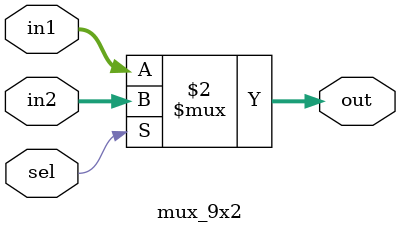
<source format=v>

module mux_9x2(in1, in2, sel, out);

input wire [8:0] in1, in2;
input wire sel;
output wire [8:0] out;

assign out = (sel == 0) ? in1 : in2;

endmodule
</source>
